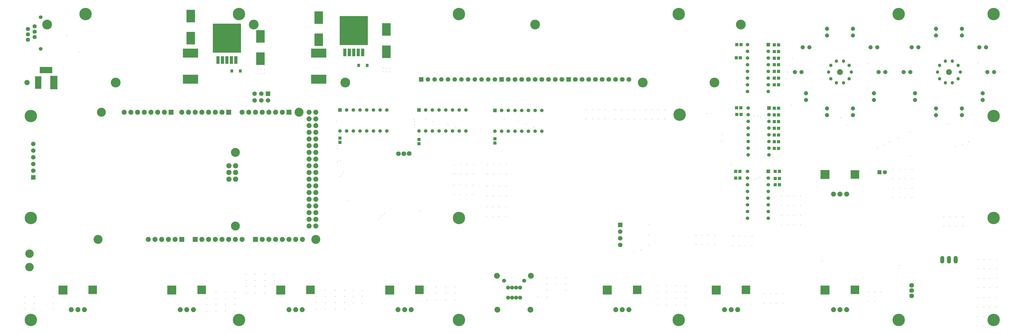
<source format=gbs>
G04*
G04 #@! TF.GenerationSoftware,Altium Limited,Altium Designer,19.1.3 (30)*
G04*
G04 Layer_Color=16711935*
%FSLAX25Y25*%
%MOIN*%
G70*
G01*
G75*
%ADD21R,0.04737X0.04540*%
%ADD22R,0.04737X0.04737*%
%ADD25C,0.07493*%
%ADD26R,0.07493X0.07493*%
%ADD27O,0.06000X0.11200*%
%ADD28C,0.18517*%
%ADD29R,0.13398X0.13398*%
%ADD30R,0.13005X0.13005*%
%ADD31C,0.07400*%
%ADD32P,0.06494X8X112.5*%
%ADD33C,0.05918*%
%ADD34C,0.08674*%
%ADD35R,0.10642X0.20485*%
%ADD36R,0.09658X0.18517*%
%ADD37R,0.18517X0.09658*%
%ADD38C,0.07887*%
%ADD39C,0.06186*%
%ADD40R,0.06186X0.06186*%
%ADD41C,0.06706*%
%ADD42R,0.06706X0.06706*%
%ADD43P,0.06494X8X22.5*%
%ADD44R,0.06706X0.06706*%
%ADD45C,0.07099*%
%ADD46C,0.14580*%
%ADD47R,0.07099X0.07099*%
%ADD48C,0.12611*%
%ADD49C,0.05131*%
%ADD50R,0.05249X0.05249*%
%ADD51C,0.05249*%
%ADD52C,0.05524*%
%ADD53C,0.06312*%
%ADD54R,0.05249X0.05249*%
%ADD55C,0.07800*%
%ADD56C,0.13398*%
%ADD57C,0.01181*%
%ADD99R,0.04100X0.04700*%
%ADD105R,0.12611X0.18910*%
%ADD106R,0.04800X0.11400*%
%ADD107R,0.42000X0.43600*%
%ADD108R,0.22847X0.13398*%
%ADD109R,0.04737X0.04737*%
D21*
X1078150Y231500D02*
D03*
X1071850D02*
D03*
X1079650Y326500D02*
D03*
X1073350D02*
D03*
X1078953Y411268D02*
D03*
X1072653D02*
D03*
X1129350Y380917D02*
D03*
X1135650D02*
D03*
X1129350Y390833D02*
D03*
X1135650D02*
D03*
X1129350Y400750D02*
D03*
X1135650D02*
D03*
X1129350Y410667D02*
D03*
X1135650D02*
D03*
X1129350Y420583D02*
D03*
X1135650D02*
D03*
X1129350Y371000D02*
D03*
X1135650D02*
D03*
X1129350Y430500D02*
D03*
X1135650D02*
D03*
X1129350Y296000D02*
D03*
X1135650D02*
D03*
X1129350Y286000D02*
D03*
X1135650D02*
D03*
X1129350Y276000D02*
D03*
X1135650D02*
D03*
X1130850Y241500D02*
D03*
X1137150D02*
D03*
X1130850Y231000D02*
D03*
X1137150D02*
D03*
X1130850Y221500D02*
D03*
X1137150D02*
D03*
X1129350Y336000D02*
D03*
X1135650D02*
D03*
X1129350Y326000D02*
D03*
X1135650D02*
D03*
X1129350Y306000D02*
D03*
X1135650D02*
D03*
X1129350Y316000D02*
D03*
X1135650D02*
D03*
D22*
X712500Y283850D02*
D03*
Y290150D02*
D03*
X481000Y284850D02*
D03*
Y291150D02*
D03*
X599000Y282850D02*
D03*
Y289150D02*
D03*
D25*
X195000Y140000D02*
D03*
X205000D02*
D03*
X215000D02*
D03*
X225000D02*
D03*
X235000D02*
D03*
X375000D02*
D03*
X365000D02*
D03*
X425000D02*
D03*
X415000D02*
D03*
X405000D02*
D03*
X395000D02*
D03*
X385000D02*
D03*
X295000D02*
D03*
X305000D02*
D03*
X315000D02*
D03*
X325000D02*
D03*
X335000D02*
D03*
X275000D02*
D03*
X285000D02*
D03*
X385000Y330000D02*
D03*
X395000D02*
D03*
X335000D02*
D03*
X345000D02*
D03*
X355000D02*
D03*
X365000D02*
D03*
X375000D02*
D03*
X199000D02*
D03*
X189000D02*
D03*
X179000D02*
D03*
X169000D02*
D03*
X159000D02*
D03*
X219000D02*
D03*
X209000D02*
D03*
X295000D02*
D03*
X305000D02*
D03*
X245000D02*
D03*
X255000D02*
D03*
X265000D02*
D03*
X275000D02*
D03*
X285000D02*
D03*
X435000Y160000D02*
D03*
X445000D02*
D03*
X435000Y170000D02*
D03*
X445000D02*
D03*
X435000Y180000D02*
D03*
X445000D02*
D03*
X435000Y190000D02*
D03*
X445000D02*
D03*
X435000Y200000D02*
D03*
X445000D02*
D03*
X435000Y210000D02*
D03*
X445000D02*
D03*
X435000Y220000D02*
D03*
X445000D02*
D03*
X435000Y230000D02*
D03*
X445000D02*
D03*
Y240000D02*
D03*
X435000D02*
D03*
Y250000D02*
D03*
X445000D02*
D03*
X435000Y260000D02*
D03*
X445000D02*
D03*
X435000Y270000D02*
D03*
X445000D02*
D03*
X435000Y280000D02*
D03*
X445000D02*
D03*
X435000Y290000D02*
D03*
X445000D02*
D03*
X435000Y300000D02*
D03*
X445000D02*
D03*
X435000Y310000D02*
D03*
X445000D02*
D03*
X435000Y320000D02*
D03*
X445000D02*
D03*
X435000Y330000D02*
D03*
X445000D02*
D03*
D26*
X245000Y140000D02*
D03*
X355000D02*
D03*
X265000D02*
D03*
X405000Y330000D02*
D03*
X229000D02*
D03*
X315000D02*
D03*
D27*
X1400000Y109685D02*
D03*
X1390000D02*
D03*
X1380000D02*
D03*
D28*
X658667Y171916D02*
D03*
X988185Y326185D02*
D03*
X1456693Y324147D02*
D03*
Y171916D02*
D03*
X19685Y324147D02*
D03*
Y171916D02*
D03*
X1456693Y476378D02*
D03*
X330500D02*
D03*
X658667D02*
D03*
X986833D02*
D03*
X1315000D02*
D03*
Y19685D02*
D03*
X986833D02*
D03*
X658667D02*
D03*
X330500D02*
D03*
X1456693D02*
D03*
X19685D02*
D03*
X101500Y476378D02*
D03*
D29*
X67677Y64311D02*
D03*
X230177D02*
D03*
X392677D02*
D03*
X555334D02*
D03*
X880177D02*
D03*
X1042677D02*
D03*
X1205177D02*
D03*
Y236811D02*
D03*
D30*
X112165Y64390D02*
D03*
X274665D02*
D03*
X437165D02*
D03*
X599822D02*
D03*
X924665D02*
D03*
X1087165D02*
D03*
X1249665D02*
D03*
Y236890D02*
D03*
D31*
X99843Y34941D02*
D03*
X90000D02*
D03*
X80157D02*
D03*
X242657D02*
D03*
X252500D02*
D03*
X262343D02*
D03*
X424843D02*
D03*
X415000D02*
D03*
X405157D02*
D03*
X567814D02*
D03*
X577657D02*
D03*
X587500D02*
D03*
X912343D02*
D03*
X902500D02*
D03*
X892657D02*
D03*
X1055157D02*
D03*
X1065000D02*
D03*
X1074843D02*
D03*
X1237343D02*
D03*
X1227500D02*
D03*
X1217657D02*
D03*
Y207441D02*
D03*
X1227500D02*
D03*
X1237343D02*
D03*
D32*
X1208186Y335559D02*
D03*
Y325559D02*
D03*
X1246814D02*
D03*
Y335559D02*
D03*
X1176936Y358263D02*
D03*
Y348263D02*
D03*
X1208186Y454441D02*
D03*
Y444441D02*
D03*
X1246814D02*
D03*
Y454441D02*
D03*
X1278064Y348263D02*
D03*
Y358263D02*
D03*
X1370686Y325559D02*
D03*
Y335559D02*
D03*
X1339436Y358263D02*
D03*
Y348263D02*
D03*
X1370686Y454441D02*
D03*
Y444441D02*
D03*
X1409314D02*
D03*
Y454441D02*
D03*
X1440563Y348263D02*
D03*
Y358263D02*
D03*
X1409314Y335559D02*
D03*
Y325559D02*
D03*
D33*
X738000Y53000D02*
D03*
X732000D02*
D03*
Y68000D02*
D03*
X738000D02*
D03*
X750000D02*
D03*
X744000D02*
D03*
X750000Y53000D02*
D03*
X744000D02*
D03*
X756000Y78217D02*
D03*
X726000D02*
D03*
D34*
X765500Y35000D02*
D03*
X716000D02*
D03*
X766000Y85500D02*
D03*
X715500D02*
D03*
X1227500Y390000D02*
D03*
X1390000D02*
D03*
D35*
X54311Y374102D02*
D03*
D36*
X30689D02*
D03*
D37*
X42500Y393000D02*
D03*
D38*
X14153Y374102D02*
D03*
D39*
X1294437Y240335D02*
D03*
D40*
X1286563D02*
D03*
D41*
X353713Y347429D02*
D03*
Y357429D02*
D03*
X363713Y347429D02*
D03*
Y357429D02*
D03*
X373713Y347429D02*
D03*
X899646Y151614D02*
D03*
Y141614D02*
D03*
Y131614D02*
D03*
X712595Y378949D02*
D03*
X702595D02*
D03*
X692594D02*
D03*
X682594D02*
D03*
X672594D02*
D03*
X662595D02*
D03*
X652595D02*
D03*
X642594D02*
D03*
X632594D02*
D03*
X622594D02*
D03*
X612595D02*
D03*
X23417Y282634D02*
D03*
Y272634D02*
D03*
Y262634D02*
D03*
Y252634D02*
D03*
Y242634D02*
D03*
D42*
X373713Y357429D02*
D03*
X602595Y378949D02*
D03*
D43*
X1160000Y390000D02*
D03*
X1170000D02*
D03*
X1181936Y426737D02*
D03*
X1171936D02*
D03*
X1283064D02*
D03*
X1273064D02*
D03*
X1285000Y390000D02*
D03*
X1295000D02*
D03*
X1322500D02*
D03*
X1332500D02*
D03*
X1344436Y426737D02*
D03*
X1334436D02*
D03*
X1445564D02*
D03*
X1435564D02*
D03*
X1447500Y390000D02*
D03*
X1457500D02*
D03*
D44*
X899646Y161614D02*
D03*
X23417Y232634D02*
D03*
D45*
X1334500Y55500D02*
D03*
Y63374D02*
D03*
X1334421Y71248D02*
D03*
X568626Y268000D02*
D03*
X576500D02*
D03*
X584374Y268079D02*
D03*
X832500Y379000D02*
D03*
X852500D02*
D03*
X862500D02*
D03*
X872500D02*
D03*
X882500D02*
D03*
X892500D02*
D03*
X902500D02*
D03*
X912500D02*
D03*
X842500D02*
D03*
X732500D02*
D03*
X752500D02*
D03*
X762500D02*
D03*
X772500D02*
D03*
X782500D02*
D03*
X792500D02*
D03*
X802500D02*
D03*
X812500D02*
D03*
X742500D02*
D03*
D46*
X1040063Y374323D02*
D03*
X933158D02*
D03*
X489126D02*
D03*
X146362D02*
D03*
X352480Y461000D02*
D03*
X44000D02*
D03*
X1079433D02*
D03*
X772626D02*
D03*
D47*
X822500Y379000D02*
D03*
X722500D02*
D03*
D48*
X17740Y98532D02*
D03*
Y118532D02*
D03*
D49*
X1241260Y399997D02*
D03*
X1232756Y406175D02*
D03*
X1222244D02*
D03*
X1213740Y399997D02*
D03*
X1210492Y390000D02*
D03*
X1213740Y380003D02*
D03*
X1222244Y373825D02*
D03*
X1232756D02*
D03*
X1241260Y380003D02*
D03*
X1244508Y390000D02*
D03*
X1407008D02*
D03*
X1403760Y380003D02*
D03*
X1395256Y373825D02*
D03*
X1384744D02*
D03*
X1376240Y380003D02*
D03*
X1372992Y390000D02*
D03*
X1376240Y399997D02*
D03*
X1384744Y406175D02*
D03*
X1395256D02*
D03*
X1403760Y399997D02*
D03*
D50*
X1121630Y336250D02*
D03*
X1120630Y241500D02*
D03*
Y431000D02*
D03*
D51*
X1121630Y326250D02*
D03*
Y316250D02*
D03*
Y306250D02*
D03*
Y296250D02*
D03*
Y286250D02*
D03*
Y276250D02*
D03*
Y266250D02*
D03*
X1090370D02*
D03*
Y276250D02*
D03*
Y286250D02*
D03*
Y296250D02*
D03*
Y306250D02*
D03*
Y316250D02*
D03*
Y326250D02*
D03*
Y336250D02*
D03*
X1089370Y241500D02*
D03*
Y231500D02*
D03*
Y221500D02*
D03*
Y211500D02*
D03*
Y201500D02*
D03*
Y191500D02*
D03*
Y181500D02*
D03*
Y171500D02*
D03*
X1120630D02*
D03*
Y181500D02*
D03*
Y191500D02*
D03*
Y201500D02*
D03*
Y211500D02*
D03*
Y221500D02*
D03*
Y231500D02*
D03*
Y421000D02*
D03*
Y411000D02*
D03*
Y401000D02*
D03*
Y391000D02*
D03*
Y381000D02*
D03*
Y371000D02*
D03*
Y361000D02*
D03*
X1089370D02*
D03*
Y371000D02*
D03*
Y381000D02*
D03*
Y391000D02*
D03*
Y401000D02*
D03*
Y411000D02*
D03*
Y421000D02*
D03*
Y431000D02*
D03*
X722500Y332630D02*
D03*
X732500D02*
D03*
X742500D02*
D03*
X752500D02*
D03*
X762500D02*
D03*
X772500D02*
D03*
X782500D02*
D03*
Y301370D02*
D03*
X772500D02*
D03*
X762500D02*
D03*
X752500D02*
D03*
X742500D02*
D03*
X732500D02*
D03*
X722500D02*
D03*
X712500D02*
D03*
X609000Y333260D02*
D03*
X619000D02*
D03*
X629000D02*
D03*
X639000D02*
D03*
X649000D02*
D03*
X659000D02*
D03*
X669000D02*
D03*
Y302000D02*
D03*
X659000D02*
D03*
X649000D02*
D03*
X639000D02*
D03*
X629000D02*
D03*
X619000D02*
D03*
X609000D02*
D03*
X599000D02*
D03*
X491000Y333260D02*
D03*
X501000D02*
D03*
X511000D02*
D03*
X521000D02*
D03*
X531000D02*
D03*
X541000D02*
D03*
X551000D02*
D03*
Y302000D02*
D03*
X541000D02*
D03*
X531000D02*
D03*
X521000D02*
D03*
X511000D02*
D03*
X501000D02*
D03*
X491000D02*
D03*
X481000D02*
D03*
D52*
X34500Y424500D02*
D03*
Y471744D02*
D03*
D53*
X25445Y458161D02*
D03*
X15445Y454146D02*
D03*
X25445Y450130D02*
D03*
X15445Y446114D02*
D03*
X25445Y442098D02*
D03*
X15445Y438083D02*
D03*
D54*
X712500Y332630D02*
D03*
X599000Y333260D02*
D03*
X481000D02*
D03*
D55*
X315551Y249803D02*
D03*
X325551D02*
D03*
X315551Y239803D02*
D03*
X325551D02*
D03*
X315551Y229803D02*
D03*
X325551D02*
D03*
D56*
X325000Y270000D02*
D03*
X125000Y330000D02*
D03*
X120000Y140000D02*
D03*
X325000Y160000D02*
D03*
X445000Y140000D02*
D03*
X420000Y330000D02*
D03*
D57*
X476256Y316500D02*
D03*
X1410972Y159563D02*
D03*
Y173563D02*
D03*
X1400972Y159563D02*
D03*
Y173563D02*
D03*
X1391972Y159563D02*
D03*
Y173563D02*
D03*
X1382472D02*
D03*
Y159563D02*
D03*
X1288492Y61083D02*
D03*
X1279492Y47083D02*
D03*
Y61083D02*
D03*
X1269992D02*
D03*
Y47083D02*
D03*
X1142299Y44512D02*
D03*
Y58512D02*
D03*
X1132299Y44512D02*
D03*
Y58512D02*
D03*
X1123299Y44512D02*
D03*
Y58512D02*
D03*
X1113799D02*
D03*
Y44512D02*
D03*
X1096252Y130417D02*
D03*
Y144417D02*
D03*
X1086252Y130417D02*
D03*
Y144417D02*
D03*
X1077252Y130417D02*
D03*
Y144417D02*
D03*
X1067752D02*
D03*
Y130417D02*
D03*
X1040929Y132138D02*
D03*
Y146138D02*
D03*
X1030929Y132138D02*
D03*
Y146138D02*
D03*
X1021929Y132138D02*
D03*
Y146138D02*
D03*
X1012429D02*
D03*
Y132138D02*
D03*
X728575Y174059D02*
D03*
Y188059D02*
D03*
X718575Y174059D02*
D03*
Y188059D02*
D03*
X709575Y174059D02*
D03*
Y188059D02*
D03*
X700075D02*
D03*
Y174059D02*
D03*
X729264Y205327D02*
D03*
Y219327D02*
D03*
X719264Y205327D02*
D03*
Y219327D02*
D03*
X710264Y205327D02*
D03*
Y219327D02*
D03*
X700764D02*
D03*
Y205327D02*
D03*
X729606Y237630D02*
D03*
Y251630D02*
D03*
X719606Y237630D02*
D03*
Y251630D02*
D03*
X710606Y237630D02*
D03*
Y251630D02*
D03*
X701106D02*
D03*
Y237630D02*
D03*
X680126Y206705D02*
D03*
Y220705D02*
D03*
X670126Y206705D02*
D03*
Y220705D02*
D03*
X661126Y206705D02*
D03*
Y220705D02*
D03*
X651626D02*
D03*
Y206705D02*
D03*
X680469Y237630D02*
D03*
Y251630D02*
D03*
X670469Y237630D02*
D03*
Y251630D02*
D03*
X661469Y237630D02*
D03*
Y251630D02*
D03*
X651968D02*
D03*
Y237630D02*
D03*
X877020Y319756D02*
D03*
Y333756D02*
D03*
X867020Y319756D02*
D03*
Y333756D02*
D03*
X858020Y319756D02*
D03*
Y333756D02*
D03*
X848520D02*
D03*
Y319756D02*
D03*
X920319Y319067D02*
D03*
Y333067D02*
D03*
X910319Y319067D02*
D03*
Y333067D02*
D03*
X901319Y319067D02*
D03*
Y333067D02*
D03*
X891819D02*
D03*
Y319067D02*
D03*
X966020Y319413D02*
D03*
Y333413D02*
D03*
X956020Y319413D02*
D03*
Y333413D02*
D03*
X947020Y319413D02*
D03*
Y333413D02*
D03*
X937520D02*
D03*
Y319413D02*
D03*
X482000Y257897D02*
D03*
X1332500Y265000D02*
D03*
X930500Y123394D02*
D03*
X477500Y256000D02*
D03*
X1315500Y101000D02*
D03*
X494500Y198500D02*
D03*
X73500Y444500D02*
D03*
X91000Y420000D02*
D03*
X555900Y395800D02*
D03*
X545900D02*
D03*
X550900D02*
D03*
Y390300D02*
D03*
X555900D02*
D03*
X545900D02*
D03*
X1388500Y312000D02*
D03*
X486500Y240500D02*
D03*
X1072850Y376000D02*
D03*
X489400Y458300D02*
D03*
X501400Y457800D02*
D03*
X515400Y458300D02*
D03*
X489400Y450300D02*
D03*
X515400D02*
D03*
X489400Y443300D02*
D03*
X515900D02*
D03*
Y436300D02*
D03*
X1051000Y286500D02*
D03*
X1051500Y296500D02*
D03*
X919500Y120500D02*
D03*
X368500Y388000D02*
D03*
X363500D02*
D03*
X358500D02*
D03*
Y394000D02*
D03*
X368500D02*
D03*
X363500D02*
D03*
X358500Y399500D02*
D03*
X368500D02*
D03*
X299000Y436000D02*
D03*
X326000Y455500D02*
D03*
X299000Y456000D02*
D03*
X313000Y446500D02*
D03*
X326500Y435000D02*
D03*
X312500Y455500D02*
D03*
X326500Y446500D02*
D03*
Y427500D02*
D03*
X299500Y447000D02*
D03*
X1399500Y278500D02*
D03*
X1410500Y282000D02*
D03*
X1335000Y230500D02*
D03*
X1325000Y244500D02*
D03*
Y230500D02*
D03*
X1316000Y244500D02*
D03*
X1419500Y285500D02*
D03*
X690500Y303500D02*
D03*
X600500Y182000D02*
D03*
X942500Y162500D02*
D03*
Y131500D02*
D03*
Y146500D02*
D03*
X1140000Y162500D02*
D03*
Y176000D02*
D03*
Y190500D02*
D03*
Y204500D02*
D03*
X1149500D02*
D03*
Y190500D02*
D03*
Y176000D02*
D03*
Y162500D02*
D03*
X1158500Y204500D02*
D03*
Y190500D02*
D03*
Y176000D02*
D03*
Y162500D02*
D03*
X1168500Y204500D02*
D03*
Y190500D02*
D03*
Y176000D02*
D03*
Y162500D02*
D03*
X1306500Y202500D02*
D03*
Y216000D02*
D03*
Y230500D02*
D03*
Y244500D02*
D03*
X1316000Y230500D02*
D03*
Y216000D02*
D03*
Y202500D02*
D03*
X1325000Y216000D02*
D03*
Y202500D02*
D03*
X1335000Y244500D02*
D03*
Y216000D02*
D03*
Y202500D02*
D03*
X1432500Y11000D02*
D03*
Y24500D02*
D03*
Y39000D02*
D03*
Y53000D02*
D03*
X1442000D02*
D03*
Y39000D02*
D03*
Y24500D02*
D03*
Y11000D02*
D03*
X1451000Y53000D02*
D03*
Y39000D02*
D03*
X1461000Y53000D02*
D03*
Y39000D02*
D03*
X1433000Y68000D02*
D03*
Y81500D02*
D03*
Y96000D02*
D03*
Y110000D02*
D03*
X1442500D02*
D03*
Y96000D02*
D03*
Y81500D02*
D03*
Y68000D02*
D03*
X1451500Y110000D02*
D03*
Y96000D02*
D03*
Y81500D02*
D03*
Y68000D02*
D03*
X1461500Y110000D02*
D03*
Y96000D02*
D03*
Y81500D02*
D03*
Y68000D02*
D03*
X11000Y54500D02*
D03*
X24500D02*
D03*
X53000D02*
D03*
Y45000D02*
D03*
X24500D02*
D03*
X11000D02*
D03*
X53000Y36000D02*
D03*
X24500D02*
D03*
X11000D02*
D03*
X296000Y61500D02*
D03*
X310500D02*
D03*
X324500D02*
D03*
Y52000D02*
D03*
X310500D02*
D03*
X296000D02*
D03*
X282500D02*
D03*
X324500Y43000D02*
D03*
X310500D02*
D03*
X296000D02*
D03*
X282500D02*
D03*
X324500Y33000D02*
D03*
X310500D02*
D03*
X296000D02*
D03*
X282500D02*
D03*
X341000Y88000D02*
D03*
X354500D02*
D03*
X369000D02*
D03*
X383000D02*
D03*
Y78500D02*
D03*
X369000D02*
D03*
X354500D02*
D03*
X341000D02*
D03*
X369000Y69500D02*
D03*
X354500D02*
D03*
X341000D02*
D03*
X369000Y59500D02*
D03*
X354500D02*
D03*
X341000D02*
D03*
X459500Y64000D02*
D03*
X474000D02*
D03*
X488000D02*
D03*
Y54500D02*
D03*
X474000D02*
D03*
X459500D02*
D03*
X446000D02*
D03*
X488000Y45500D02*
D03*
X474000D02*
D03*
X459500D02*
D03*
X446000D02*
D03*
X488000Y35500D02*
D03*
X474000D02*
D03*
X459500D02*
D03*
X446000D02*
D03*
X514500Y64000D02*
D03*
X501000D02*
D03*
X514500Y55000D02*
D03*
X501000D02*
D03*
X514500Y45000D02*
D03*
X501000D02*
D03*
X653000Y69000D02*
D03*
X639000D02*
D03*
X624500D02*
D03*
X611000D02*
D03*
X653000Y60000D02*
D03*
X639000D02*
D03*
X624500D02*
D03*
X611000D02*
D03*
X653000Y50000D02*
D03*
X639000D02*
D03*
X624500D02*
D03*
X611000D02*
D03*
X790000Y82500D02*
D03*
X804500D02*
D03*
X818500D02*
D03*
Y73000D02*
D03*
X804500D02*
D03*
X790000D02*
D03*
X818500Y64000D02*
D03*
X790000D02*
D03*
Y54000D02*
D03*
X776500D02*
D03*
X955000Y70500D02*
D03*
X968500D02*
D03*
X983000D02*
D03*
X997000D02*
D03*
Y61000D02*
D03*
X983000D02*
D03*
X968500D02*
D03*
X955000D02*
D03*
X997000Y52000D02*
D03*
X983000D02*
D03*
X968500D02*
D03*
X955000D02*
D03*
X997000Y42000D02*
D03*
X983000D02*
D03*
X968500D02*
D03*
X955000D02*
D03*
X1029000Y328000D02*
D03*
X1269500Y402500D02*
D03*
X1433500Y403500D02*
D03*
X1315500Y96500D02*
D03*
X539000Y169500D02*
D03*
X770500Y307500D02*
D03*
X759500Y312000D02*
D03*
X747500Y316000D02*
D03*
X726000Y319500D02*
D03*
X609500D02*
D03*
X620000Y316000D02*
D03*
X592000D02*
D03*
X654000Y307500D02*
D03*
X592500D02*
D03*
X642000Y312000D02*
D03*
X592000D02*
D03*
X591500Y319500D02*
D03*
X542000Y172500D02*
D03*
X544625Y175500D02*
D03*
X477500Y280500D02*
D03*
X477000Y296000D02*
D03*
X480500Y234000D02*
D03*
X483500Y237000D02*
D03*
X477000Y276000D02*
D03*
X1200500Y107500D02*
D03*
X1228500Y321500D02*
D03*
X547500Y179000D02*
D03*
X1100500Y230000D02*
D03*
X1104000Y230500D02*
D03*
X1107500Y232500D02*
D03*
X1099000Y324500D02*
D03*
X1104500D02*
D03*
X1109500Y322500D02*
D03*
X1155000Y341000D02*
D03*
X1066000Y326000D02*
D03*
X1065000Y251500D02*
D03*
X1283500Y276500D02*
D03*
X1292500Y281000D02*
D03*
X1301000Y285500D02*
D03*
X1314000Y291500D02*
D03*
X1332500Y300500D02*
D03*
X1237000Y311000D02*
D03*
X1147000Y380000D02*
D03*
X1149500Y390000D02*
D03*
X1153000Y400000D02*
D03*
X1156000Y410500D02*
D03*
X1143000Y370500D02*
D03*
X1139500Y430500D02*
D03*
D99*
X509050Y399800D02*
D03*
X521750D02*
D03*
X319650Y391500D02*
D03*
X332350D02*
D03*
D105*
X550400Y420300D02*
D03*
Y453371D02*
D03*
X449400Y471335D02*
D03*
Y438265D02*
D03*
X258583Y473539D02*
D03*
Y440469D02*
D03*
X362500Y409965D02*
D03*
Y443035D02*
D03*
D106*
X515300Y419200D02*
D03*
X508600D02*
D03*
X501900D02*
D03*
X495200D02*
D03*
X488500D02*
D03*
X325900Y407900D02*
D03*
X319200D02*
D03*
X312500D02*
D03*
X305800D02*
D03*
X299100D02*
D03*
D107*
X501900Y451800D02*
D03*
X312500Y440500D02*
D03*
D108*
X449400Y379312D02*
D03*
Y418091D02*
D03*
X258118Y379323D02*
D03*
Y418102D02*
D03*
D109*
X1071850Y241500D02*
D03*
X1078150D02*
D03*
X1073201Y336500D02*
D03*
X1079500D02*
D03*
X1073350Y431000D02*
D03*
X1079650D02*
D03*
M02*

</source>
